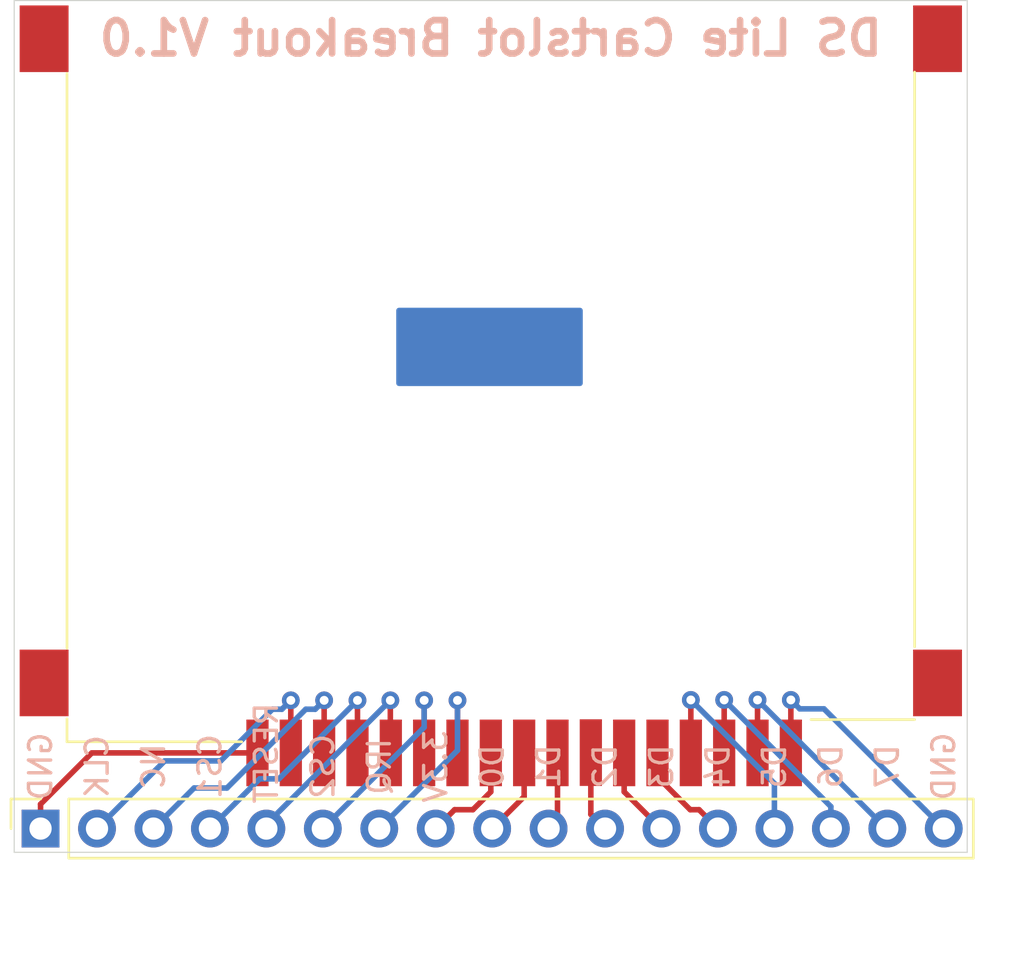
<source format=kicad_pcb>
(kicad_pcb (version 20171130) (host pcbnew "(5.1.5)-3")

  (general
    (thickness 1.6)
    (drawings 23)
    (tracks 72)
    (zones 0)
    (modules 2)
    (nets 18)
  )

  (page A4)
  (layers
    (0 F.Cu signal)
    (31 B.Cu signal)
    (32 B.Adhes user)
    (33 F.Adhes user)
    (34 B.Paste user)
    (35 F.Paste user)
    (36 B.SilkS user)
    (37 F.SilkS user)
    (38 B.Mask user)
    (39 F.Mask user)
    (40 Dwgs.User user)
    (41 Cmts.User user)
    (42 Eco1.User user)
    (43 Eco2.User user)
    (44 Edge.Cuts user)
    (45 Margin user)
    (46 B.CrtYd user)
    (47 F.CrtYd user)
    (48 B.Fab user)
    (49 F.Fab user)
  )

  (setup
    (last_trace_width 0.25)
    (trace_clearance 0.2)
    (zone_clearance 0.508)
    (zone_45_only no)
    (trace_min 0.2)
    (via_size 0.8)
    (via_drill 0.4)
    (via_min_size 0.4)
    (via_min_drill 0.3)
    (uvia_size 0.3)
    (uvia_drill 0.1)
    (uvias_allowed no)
    (uvia_min_size 0.2)
    (uvia_min_drill 0.1)
    (edge_width 0.05)
    (segment_width 0.2)
    (pcb_text_width 0.3)
    (pcb_text_size 1.5 1.5)
    (mod_edge_width 0.12)
    (mod_text_size 1 1)
    (mod_text_width 0.15)
    (pad_size 1 3)
    (pad_drill 0)
    (pad_to_mask_clearance 0.051)
    (solder_mask_min_width 0.25)
    (aux_axis_origin 0 0)
    (visible_elements FFFFFF7F)
    (pcbplotparams
      (layerselection 0x010fc_ffffffff)
      (usegerberextensions false)
      (usegerberattributes false)
      (usegerberadvancedattributes false)
      (creategerberjobfile false)
      (excludeedgelayer true)
      (linewidth 0.100000)
      (plotframeref false)
      (viasonmask false)
      (mode 1)
      (useauxorigin false)
      (hpglpennumber 1)
      (hpglpenspeed 20)
      (hpglpendiameter 15.000000)
      (psnegative false)
      (psa4output false)
      (plotreference true)
      (plotvalue true)
      (plotinvisibletext false)
      (padsonsilk false)
      (subtractmaskfromsilk false)
      (outputformat 1)
      (mirror false)
      (drillshape 1)
      (scaleselection 1)
      (outputdirectory ""))
  )

  (net 0 "")
  (net 1 "Net-(J1-Pad17)")
  (net 2 "Net-(J1-Pad16)")
  (net 3 "Net-(J1-Pad15)")
  (net 4 "Net-(J1-Pad14)")
  (net 5 "Net-(J1-Pad13)")
  (net 6 "Net-(J1-Pad12)")
  (net 7 "Net-(J1-Pad11)")
  (net 8 "Net-(J1-Pad10)")
  (net 9 "Net-(J1-Pad9)")
  (net 10 "Net-(J1-Pad8)")
  (net 11 "Net-(J1-Pad7)")
  (net 12 "Net-(J1-Pad6)")
  (net 13 "Net-(J1-Pad5)")
  (net 14 "Net-(J1-Pad4)")
  (net 15 "Net-(J1-Pad3)")
  (net 16 "Net-(J1-Pad2)")
  (net 17 "Net-(J1-Pad1)")

  (net_class Default "This is the default net class."
    (clearance 0.2)
    (trace_width 0.25)
    (via_dia 0.8)
    (via_drill 0.4)
    (uvia_dia 0.3)
    (uvia_drill 0.1)
    (add_net "Net-(J1-Pad1)")
    (add_net "Net-(J1-Pad10)")
    (add_net "Net-(J1-Pad11)")
    (add_net "Net-(J1-Pad12)")
    (add_net "Net-(J1-Pad13)")
    (add_net "Net-(J1-Pad14)")
    (add_net "Net-(J1-Pad15)")
    (add_net "Net-(J1-Pad16)")
    (add_net "Net-(J1-Pad17)")
    (add_net "Net-(J1-Pad2)")
    (add_net "Net-(J1-Pad3)")
    (add_net "Net-(J1-Pad4)")
    (add_net "Net-(J1-Pad5)")
    (add_net "Net-(J1-Pad6)")
    (add_net "Net-(J1-Pad7)")
    (add_net "Net-(J1-Pad8)")
    (add_net "Net-(J1-Pad9)")
  )

  (module "Custom:DSL CartSlot" (layer F.Cu) (tedit 5F0EED21) (tstamp 5F0F4C6E)
    (at 148.084479 92.168619)
    (path /5F0EDC80)
    (fp_text reference U1 (at 0 -0.5) (layer F.SilkS) hide
      (effects (font (size 1 1) (thickness 0.15)))
    )
    (fp_text value DSCart (at 0 -1.5) (layer F.Fab)
      (effects (font (size 1 1) (thickness 0.15)))
    )
    (fp_line (start 19.07032 13.3731) (end 19.07032 -12.49934) (layer F.SilkS) (width 0.12))
    (fp_line (start -19.07032 13.4366) (end -19.07032 -12.43584) (layer F.SilkS) (width 0.12))
    (fp_line (start -19.07032 17.65) (end -19.07032 16.61414) (layer F.SilkS) (width 0.12))
    (fp_line (start -19.07032 17.65) (end -11.20902 17.65) (layer F.SilkS) (width 0.12))
    (fp_line (start 14.40688 16.65) (end 19.07032 16.65) (layer F.SilkS) (width 0.12))
    (pad 16 smd rect (at 12 18.15) (size 1 3) (layers F.Cu F.Paste F.Mask)
      (net 2 "Net-(J1-Pad16)"))
    (pad 17 smd rect (at 13.5 18.15) (size 1 3) (layers F.Cu F.Paste F.Mask)
      (net 1 "Net-(J1-Pad17)"))
    (pad 15 smd rect (at 10.5 18.15) (size 1 3) (layers F.Cu F.Paste F.Mask)
      (net 3 "Net-(J1-Pad15)"))
    (pad 9 smd rect (at 1.5 18.15) (size 1 3) (layers F.Cu F.Paste F.Mask)
      (net 9 "Net-(J1-Pad9)"))
    (pad 8 smd rect (at 0 18.15) (size 1 3) (layers F.Cu F.Paste F.Mask)
      (net 10 "Net-(J1-Pad8)"))
    (pad 10 smd rect (at 3 18.15) (size 1 3) (layers F.Cu F.Paste F.Mask)
      (net 8 "Net-(J1-Pad10)"))
    (pad 11 smd rect (at 4.5 18.1373) (size 1 3) (layers F.Cu F.Paste F.Mask)
      (net 7 "Net-(J1-Pad11)"))
    (pad 12 smd rect (at 6 18.15) (size 1 3) (layers F.Cu F.Paste F.Mask)
      (net 6 "Net-(J1-Pad12)"))
    (pad 14 smd rect (at 9 18.15) (size 1 3) (layers F.Cu F.Paste F.Mask)
      (net 4 "Net-(J1-Pad14)"))
    (pad 13 smd rect (at 7.5 18.15) (size 1 3) (layers F.Cu F.Paste F.Mask)
      (net 5 "Net-(J1-Pad13)"))
    (pad 7 smd rect (at -1.5 18.15) (size 1 3) (layers F.Cu F.Paste F.Mask)
      (net 11 "Net-(J1-Pad7)"))
    (pad 6 smd rect (at -3 18.15) (size 1 3) (layers F.Cu F.Paste F.Mask)
      (net 12 "Net-(J1-Pad6)"))
    (pad 5 smd rect (at -4.5 18.15) (size 1 3) (layers F.Cu F.Paste F.Mask)
      (net 13 "Net-(J1-Pad5)"))
    (pad 4 smd rect (at -6 18.15) (size 1 3) (layers F.Cu F.Paste F.Mask)
      (net 14 "Net-(J1-Pad4)"))
    (pad 3 smd rect (at -7.5 18.15) (size 1 3) (layers F.Cu F.Paste F.Mask)
      (net 15 "Net-(J1-Pad3)"))
    (pad 2 smd rect (at -9 18.15) (size 1 3) (layers F.Cu F.Paste F.Mask)
      (net 16 "Net-(J1-Pad2)"))
    (pad 1 smd rect (at -10.5 18.15) (size 1 3) (layers F.Cu F.Paste F.Mask)
      (net 17 "Net-(J1-Pad1)"))
    (pad 0 smd rect (at 20.1 -14) (size 2.2 3) (layers F.Cu F.Paste F.Mask))
    (pad 0 smd rect (at 20.1 15) (size 2.2 3) (layers F.Cu F.Paste F.Mask))
    (pad 0 smd rect (at -20.1 15) (size 2.2 3) (layers F.Cu F.Paste F.Mask))
    (pad 0 smd rect (at -20.1 -14) (size 2.2 3) (layers F.Cu F.Paste F.Mask))
  )

  (module Connector_PinSocket_2.54mm:PinSocket_1x17_P2.54mm_Vertical (layer F.Cu) (tedit 5A19A42B) (tstamp 5F0F4C50)
    (at 127.824479 113.72544 90)
    (descr "Through hole straight socket strip, 1x17, 2.54mm pitch, single row (from Kicad 4.0.7), script generated")
    (tags "Through hole socket strip THT 1x17 2.54mm single row")
    (path /5F0EF649)
    (fp_text reference J1 (at 0 -2.77 90) (layer F.SilkS) hide
      (effects (font (size 1 1) (thickness 0.15)))
    )
    (fp_text value Conn_01x17_Male (at 0 43.41 90) (layer F.Fab)
      (effects (font (size 1 1) (thickness 0.15)))
    )
    (fp_text user %R (at 0 20.32) (layer F.Fab)
      (effects (font (size 1 1) (thickness 0.15)))
    )
    (fp_line (start -1.8 42.4) (end -1.8 -1.8) (layer F.CrtYd) (width 0.05))
    (fp_line (start 1.75 42.4) (end -1.8 42.4) (layer F.CrtYd) (width 0.05))
    (fp_line (start 1.75 -1.8) (end 1.75 42.4) (layer F.CrtYd) (width 0.05))
    (fp_line (start -1.8 -1.8) (end 1.75 -1.8) (layer F.CrtYd) (width 0.05))
    (fp_line (start 0 -1.33) (end 1.33 -1.33) (layer F.SilkS) (width 0.12))
    (fp_line (start 1.33 -1.33) (end 1.33 0) (layer F.SilkS) (width 0.12))
    (fp_line (start 1.33 1.27) (end 1.33 41.97) (layer F.SilkS) (width 0.12))
    (fp_line (start -1.33 41.97) (end 1.33 41.97) (layer F.SilkS) (width 0.12))
    (fp_line (start -1.33 1.27) (end -1.33 41.97) (layer F.SilkS) (width 0.12))
    (fp_line (start -1.33 1.27) (end 1.33 1.27) (layer F.SilkS) (width 0.12))
    (fp_line (start -1.27 41.91) (end -1.27 -1.27) (layer F.Fab) (width 0.1))
    (fp_line (start 1.27 41.91) (end -1.27 41.91) (layer F.Fab) (width 0.1))
    (fp_line (start 1.27 -0.635) (end 1.27 41.91) (layer F.Fab) (width 0.1))
    (fp_line (start 0.635 -1.27) (end 1.27 -0.635) (layer F.Fab) (width 0.1))
    (fp_line (start -1.27 -1.27) (end 0.635 -1.27) (layer F.Fab) (width 0.1))
    (pad 17 thru_hole oval (at 0 40.64 90) (size 1.7 1.7) (drill 1) (layers *.Cu *.Mask)
      (net 1 "Net-(J1-Pad17)"))
    (pad 16 thru_hole oval (at 0 38.1 90) (size 1.7 1.7) (drill 1) (layers *.Cu *.Mask)
      (net 2 "Net-(J1-Pad16)"))
    (pad 15 thru_hole oval (at 0 35.56 90) (size 1.7 1.7) (drill 1) (layers *.Cu *.Mask)
      (net 3 "Net-(J1-Pad15)"))
    (pad 14 thru_hole oval (at 0 33.02 90) (size 1.7 1.7) (drill 1) (layers *.Cu *.Mask)
      (net 4 "Net-(J1-Pad14)"))
    (pad 13 thru_hole oval (at 0 30.48 90) (size 1.7 1.7) (drill 1) (layers *.Cu *.Mask)
      (net 5 "Net-(J1-Pad13)"))
    (pad 12 thru_hole oval (at 0 27.94 90) (size 1.7 1.7) (drill 1) (layers *.Cu *.Mask)
      (net 6 "Net-(J1-Pad12)"))
    (pad 11 thru_hole oval (at 0 25.4 90) (size 1.7 1.7) (drill 1) (layers *.Cu *.Mask)
      (net 7 "Net-(J1-Pad11)"))
    (pad 10 thru_hole oval (at 0 22.86 90) (size 1.7 1.7) (drill 1) (layers *.Cu *.Mask)
      (net 8 "Net-(J1-Pad10)"))
    (pad 9 thru_hole oval (at 0 20.32 90) (size 1.7 1.7) (drill 1) (layers *.Cu *.Mask)
      (net 9 "Net-(J1-Pad9)"))
    (pad 8 thru_hole oval (at 0 17.78 90) (size 1.7 1.7) (drill 1) (layers *.Cu *.Mask)
      (net 10 "Net-(J1-Pad8)"))
    (pad 7 thru_hole oval (at 0 15.24 90) (size 1.7 1.7) (drill 1) (layers *.Cu *.Mask)
      (net 11 "Net-(J1-Pad7)"))
    (pad 6 thru_hole oval (at 0 12.7 90) (size 1.7 1.7) (drill 1) (layers *.Cu *.Mask)
      (net 12 "Net-(J1-Pad6)"))
    (pad 5 thru_hole oval (at 0 10.16 90) (size 1.7 1.7) (drill 1) (layers *.Cu *.Mask)
      (net 13 "Net-(J1-Pad5)"))
    (pad 4 thru_hole oval (at 0 7.62 90) (size 1.7 1.7) (drill 1) (layers *.Cu *.Mask)
      (net 14 "Net-(J1-Pad4)"))
    (pad 3 thru_hole oval (at 0 5.08 90) (size 1.7 1.7) (drill 1) (layers *.Cu *.Mask)
      (net 15 "Net-(J1-Pad3)"))
    (pad 2 thru_hole oval (at 0 2.54 90) (size 1.7 1.7) (drill 1) (layers *.Cu *.Mask)
      (net 16 "Net-(J1-Pad2)"))
    (pad 1 thru_hole rect (at 0 0 90) (size 1.7 1.7) (drill 1) (layers *.Cu *.Mask)
      (net 17 "Net-(J1-Pad1)"))
    (model ${KISYS3DMOD}/Connector_PinSocket_2.54mm.3dshapes/PinSocket_1x17_P2.54mm_Vertical.wrl
      (at (xyz 0 0 0))
      (scale (xyz 1 1 1))
      (rotate (xyz 0 0 0))
    )
  )

  (gr_text GND (at 168.464479 110.92688 90) (layer B.SilkS)
    (effects (font (size 1 1) (thickness 0.15)) (justify mirror))
  )
  (gr_text D7 (at 165.924479 110.92688 90) (layer B.SilkS)
    (effects (font (size 1 1) (thickness 0.15)) (justify mirror))
  )
  (gr_text D6 (at 163.384479 110.92688 90) (layer B.SilkS)
    (effects (font (size 1 1) (thickness 0.15)) (justify mirror))
  )
  (gr_text D5 (at 160.844479 110.92688 90) (layer B.SilkS)
    (effects (font (size 1 1) (thickness 0.15)) (justify mirror))
  )
  (gr_text D4 (at 158.304479 110.92688 90) (layer B.SilkS)
    (effects (font (size 1 1) (thickness 0.15)) (justify mirror))
  )
  (gr_text D3 (at 155.764479 110.92688 90) (layer B.SilkS)
    (effects (font (size 1 1) (thickness 0.15)) (justify mirror))
  )
  (gr_text D2 (at 153.224479 110.92688 90) (layer B.SilkS)
    (effects (font (size 1 1) (thickness 0.15)) (justify mirror))
  )
  (gr_text D1 (at 150.684479 110.92688 90) (layer B.SilkS)
    (effects (font (size 1 1) (thickness 0.15)) (justify mirror))
  )
  (gr_text D0 (at 148.144479 110.92688 90) (layer B.SilkS)
    (effects (font (size 1 1) (thickness 0.15)) (justify mirror))
  )
  (gr_text 3.3V (at 145.604479 110.92688 90) (layer B.SilkS)
    (effects (font (size 1 1) (thickness 0.15)) (justify mirror))
  )
  (gr_text IRQ (at 143.064479 110.92688 90) (layer B.SilkS)
    (effects (font (size 1 1) (thickness 0.15)) (justify mirror))
  )
  (gr_text CS2 (at 140.524479 110.92688 90) (layer B.SilkS)
    (effects (font (size 1 1) (thickness 0.15)) (justify mirror))
  )
  (gr_text RESET (at 137.984479 110.32688 90) (layer B.SilkS)
    (effects (font (size 1 1) (thickness 0.15)) (justify mirror))
  )
  (gr_text CS1 (at 135.444479 110.92688 90) (layer B.SilkS)
    (effects (font (size 1 1) (thickness 0.15)) (justify mirror))
  )
  (gr_text NC (at 132.904479 110.92688 90) (layer B.SilkS)
    (effects (font (size 1 1) (thickness 0.15)) (justify mirror))
  )
  (gr_text CLK (at 130.364479 110.92688 90) (layer B.SilkS)
    (effects (font (size 1 1) (thickness 0.15)) (justify mirror))
  )
  (gr_text GND (at 127.824479 110.92688 90) (layer B.SilkS)
    (effects (font (size 1 1) (thickness 0.15)) (justify mirror))
  )
  (gr_text HDR (at 148.084479 92.16898) (layer B.Mask)
    (effects (font (size 3 3) (thickness 0.5)) (justify mirror))
  )
  (gr_text "DS Lite Cartslot Breakout V1.0" (at 148.084479 78.15072) (layer B.SilkS)
    (effects (font (size 1.5 1.5) (thickness 0.3)) (justify mirror))
  )
  (gr_line (start 126.63932 114.79494) (end 169.5196 114.79494) (layer Edge.Cuts) (width 0.05) (tstamp 5F0F58E2))
  (gr_line (start 169.5196 114.79494) (end 169.5196 76.44892) (layer Edge.Cuts) (width 0.05) (tstamp 5F0F58DC))
  (gr_line (start 126.63932 76.44892) (end 169.5196 76.44892) (layer Edge.Cuts) (width 0.05))
  (gr_line (start 126.63932 114.79494) (end 126.63932 76.44892) (layer Edge.Cuts) (width 0.05))

  (via (at 145.084479 107.95254) (size 0.8) (drill 0.4) (layers F.Cu B.Cu) (net 12))
  (via (at 143.56334 107.95254) (size 0.8) (drill 0.4) (layers F.Cu B.Cu) (net 13))
  (via (at 142.084479 107.95254) (size 0.8) (drill 0.4) (layers F.Cu B.Cu) (net 14))
  (via (at 140.584479 107.95254) (size 0.8) (drill 0.4) (layers F.Cu B.Cu) (net 15))
  (via (at 139.084479 107.95254) (size 0.8) (drill 0.4) (layers F.Cu B.Cu) (net 16))
  (via (at 146.584479 107.95254) (size 0.8) (drill 0.4) (layers F.Cu B.Cu) (net 11) (tstamp 5F0F5AE9))
  (via (at 157.084479 107.93476) (size 0.8) (drill 0.4) (layers F.Cu B.Cu) (net 4) (tstamp 5F0F5AF4))
  (via (at 161.584479 107.93476) (size 0.8) (drill 0.4) (layers F.Cu B.Cu) (net 1) (tstamp 5F0F5AF5))
  (segment (start 161.584479 107.93476) (end 161.584479 110.318619) (width 0.25) (layer F.Cu) (net 1))
  (segment (start 167.61448 112.875441) (end 168.464479 113.72544) (width 0.25) (layer B.Cu) (net 1))
  (segment (start 163.073798 108.334759) (end 167.61448 112.875441) (width 0.25) (layer B.Cu) (net 1))
  (segment (start 161.984478 108.334759) (end 163.073798 108.334759) (width 0.25) (layer B.Cu) (net 1))
  (segment (start 161.584479 107.93476) (end 161.984478 108.334759) (width 0.25) (layer B.Cu) (net 1))
  (via (at 160.084479 107.93476) (size 0.8) (drill 0.4) (layers F.Cu B.Cu) (net 2) (tstamp 5F0F5AF6))
  (segment (start 160.084479 107.93476) (end 160.084479 110.318619) (width 0.25) (layer F.Cu) (net 2))
  (segment (start 165.875159 113.72544) (end 165.924479 113.72544) (width 0.25) (layer B.Cu) (net 2))
  (segment (start 160.084479 107.93476) (end 165.875159 113.72544) (width 0.25) (layer B.Cu) (net 2))
  (via (at 158.584479 107.93476) (size 0.8) (drill 0.4) (layers F.Cu B.Cu) (net 3) (tstamp 5F0F5AF9))
  (segment (start 158.584479 107.93476) (end 158.584479 110.318619) (width 0.25) (layer F.Cu) (net 3))
  (segment (start 163.384479 112.73476) (end 163.384479 113.72544) (width 0.25) (layer B.Cu) (net 3))
  (segment (start 158.584479 107.93476) (end 163.384479 112.73476) (width 0.25) (layer B.Cu) (net 3))
  (segment (start 157.084479 110.318619) (end 157.084479 111.403621) (width 0.25) (layer F.Cu) (net 4))
  (segment (start 157.084479 107.93476) (end 157.084479 110.318619) (width 0.25) (layer F.Cu) (net 4))
  (segment (start 160.844479 111.69476) (end 160.844479 113.72544) (width 0.25) (layer B.Cu) (net 4))
  (segment (start 157.084479 107.93476) (end 160.844479 111.69476) (width 0.25) (layer B.Cu) (net 4))
  (segment (start 157.056299 112.875441) (end 157.45448 112.875441) (width 0.25) (layer F.Cu) (net 5))
  (segment (start 157.45448 112.875441) (end 158.304479 113.72544) (width 0.25) (layer F.Cu) (net 5))
  (segment (start 155.584479 111.403621) (end 157.056299 112.875441) (width 0.25) (layer F.Cu) (net 5))
  (segment (start 155.584479 110.318619) (end 155.584479 111.403621) (width 0.25) (layer F.Cu) (net 5))
  (segment (start 155.7413 113.72544) (end 155.764479 113.72544) (width 0.25) (layer F.Cu) (net 6))
  (segment (start 154.084479 112.068619) (end 155.7413 113.72544) (width 0.25) (layer F.Cu) (net 6))
  (segment (start 154.084479 110.318619) (end 154.084479 112.068619) (width 0.25) (layer F.Cu) (net 6))
  (segment (start 152.584479 113.08544) (end 153.224479 113.72544) (width 0.25) (layer F.Cu) (net 7))
  (segment (start 152.584479 110.305919) (end 152.584479 113.08544) (width 0.25) (layer F.Cu) (net 7))
  (segment (start 151.084479 113.32544) (end 150.684479 113.72544) (width 0.25) (layer F.Cu) (net 8))
  (segment (start 151.084479 110.318619) (end 151.084479 113.32544) (width 0.25) (layer F.Cu) (net 8))
  (segment (start 149.584479 112.28544) (end 148.144479 113.72544) (width 0.25) (layer F.Cu) (net 9))
  (segment (start 149.584479 110.318619) (end 149.584479 112.28544) (width 0.25) (layer F.Cu) (net 9))
  (segment (start 146.454478 112.875441) (end 145.604479 113.72544) (width 0.25) (layer F.Cu) (net 10))
  (segment (start 147.277657 112.875441) (end 146.454478 112.875441) (width 0.25) (layer F.Cu) (net 10))
  (segment (start 148.084479 112.068619) (end 147.277657 112.875441) (width 0.25) (layer F.Cu) (net 10))
  (segment (start 148.084479 110.318619) (end 148.084479 112.068619) (width 0.25) (layer F.Cu) (net 10))
  (segment (start 146.584479 110.318619) (end 146.584479 111.403621) (width 0.25) (layer F.Cu) (net 11))
  (segment (start 146.584479 107.95254) (end 146.584479 110.318619) (width 0.25) (layer F.Cu) (net 11))
  (segment (start 146.584479 110.20544) (end 143.064479 113.72544) (width 0.25) (layer B.Cu) (net 11))
  (segment (start 146.584479 107.95254) (end 146.584479 110.20544) (width 0.25) (layer B.Cu) (net 11))
  (segment (start 145.084479 107.95254) (end 145.084479 110.318619) (width 0.25) (layer F.Cu) (net 12))
  (segment (start 145.084479 109.16544) (end 140.524479 113.72544) (width 0.25) (layer B.Cu) (net 12))
  (segment (start 145.084479 107.95254) (end 145.084479 109.16544) (width 0.25) (layer B.Cu) (net 12))
  (segment (start 143.56334 110.29748) (end 143.584479 110.318619) (width 0.25) (layer F.Cu) (net 13))
  (segment (start 143.56334 107.95254) (end 143.56334 110.29748) (width 0.25) (layer F.Cu) (net 13))
  (segment (start 137.984479 113.531401) (end 137.984479 113.72544) (width 0.25) (layer B.Cu) (net 13))
  (segment (start 143.56334 107.95254) (end 137.984479 113.531401) (width 0.25) (layer B.Cu) (net 13))
  (segment (start 142.084479 107.95254) (end 142.084479 110.318619) (width 0.25) (layer F.Cu) (net 14))
  (segment (start 142.084479 107.95254) (end 138.551339 111.48568) (width 0.25) (layer B.Cu) (net 14))
  (segment (start 137.684239 111.48568) (end 135.444479 113.72544) (width 0.25) (layer B.Cu) (net 14))
  (segment (start 138.551339 111.48568) (end 137.684239 111.48568) (width 0.25) (layer B.Cu) (net 14))
  (segment (start 140.584479 107.95254) (end 140.584479 110.318619) (width 0.25) (layer F.Cu) (net 15))
  (segment (start 139.757482 108.352539) (end 136.210321 111.8997) (width 0.25) (layer B.Cu) (net 15))
  (segment (start 140.584479 107.95254) (end 140.18448 108.352539) (width 0.25) (layer B.Cu) (net 15))
  (segment (start 140.18448 108.352539) (end 139.757482 108.352539) (width 0.25) (layer B.Cu) (net 15))
  (segment (start 134.730219 111.8997) (end 132.904479 113.72544) (width 0.25) (layer B.Cu) (net 15))
  (segment (start 136.210321 111.8997) (end 134.730219 111.8997) (width 0.25) (layer B.Cu) (net 15))
  (segment (start 139.084479 110.318619) (end 139.084479 107.95254) (width 0.25) (layer F.Cu) (net 16))
  (segment (start 138.257482 108.352539) (end 135.932061 110.67796) (width 0.25) (layer B.Cu) (net 16))
  (segment (start 139.084479 107.95254) (end 138.68448 108.352539) (width 0.25) (layer B.Cu) (net 16))
  (segment (start 138.68448 108.352539) (end 138.257482 108.352539) (width 0.25) (layer B.Cu) (net 16))
  (segment (start 133.411959 110.67796) (end 130.364479 113.72544) (width 0.25) (layer B.Cu) (net 16))
  (segment (start 135.932061 110.67796) (end 133.411959 110.67796) (width 0.25) (layer B.Cu) (net 16))
  (segment (start 130.1313 110.318619) (end 127.824479 112.62544) (width 0.25) (layer F.Cu) (net 17))
  (segment (start 127.824479 112.62544) (end 127.824479 113.72544) (width 0.25) (layer F.Cu) (net 17))
  (segment (start 137.584479 110.318619) (end 130.1313 110.318619) (width 0.25) (layer F.Cu) (net 17))

  (zone (net 0) (net_name "") (layer B.Cu) (tstamp 0) (hatch edge 0.508)
    (connect_pads (clearance 0.508))
    (min_thickness 0.254)
    (fill yes (arc_segments 32) (thermal_gap 0.508) (thermal_bridge_width 0.508))
    (polygon
      (pts
        (xy 152.2222 93.80474) (xy 143.8275 93.80474) (xy 143.8275 90.27668) (xy 152.2222 90.27668)
      )
    )
    (filled_polygon
      (pts
        (xy 152.0952 93.67774) (xy 143.9545 93.67774) (xy 143.9545 90.40368) (xy 152.0952 90.40368)
      )
    )
  )
)

</source>
